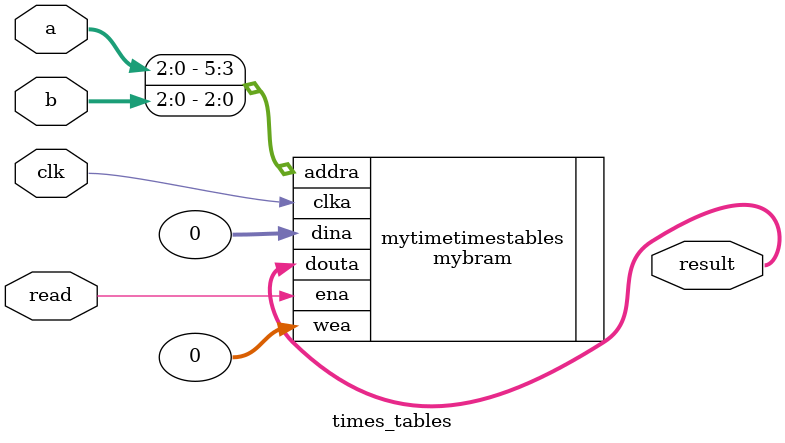
<source format=v>

`timescale 1ns/100ps



module times_tables(
	input read,
	input clk,
	input [2:0]a,
	input [2:0]b,
	output [5:0] result);
 

//	wire a, b;



mybram mytimetimestables(
  .clka(clk),    	// input wire clka
  .ena(read),      	// input wire ena
  .wea(0),      	// input wire [0 : 0] wea
  .addra({a, b}), 	// input wire [5 : 0] addra
  .dina(0),  	        // input wire [5 : 0] dina
  .douta(result)  	// output wire [5 : 0] douta
);


endmodule 

</source>
